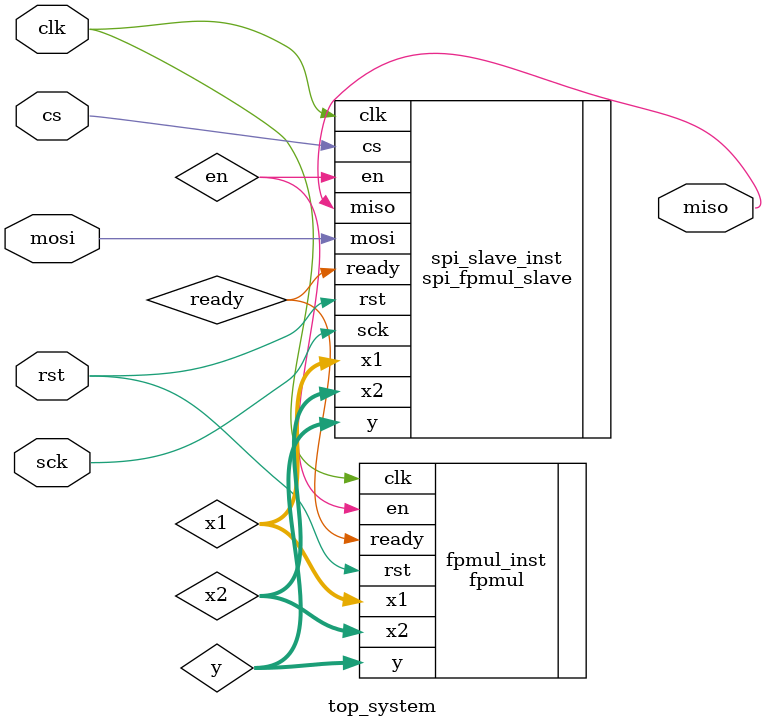
<source format=v>
module top_system(
    input clk, rst,
    input sck, mosi, cs,
    output miso
);

    wire [15:0] x1, x2, y;
    wire en, ready;

    fpmul fpmul_inst (
        .x1(x1),
        .x2(x2),
        .y(y),
        .clk(clk),
        .rst(rst),
        .en(en),
        .ready(ready)
    );

    spi_fpmul_slave spi_slave_inst (
        .clk(clk),
        .rst(rst),
        .sck(sck),
        .mosi(mosi),
        .miso(miso),
        .cs(cs),
        .x1(x1),
        .x2(x2),
        .y(y),
        .en(en),
        .ready(ready)
    );

endmodule

</source>
